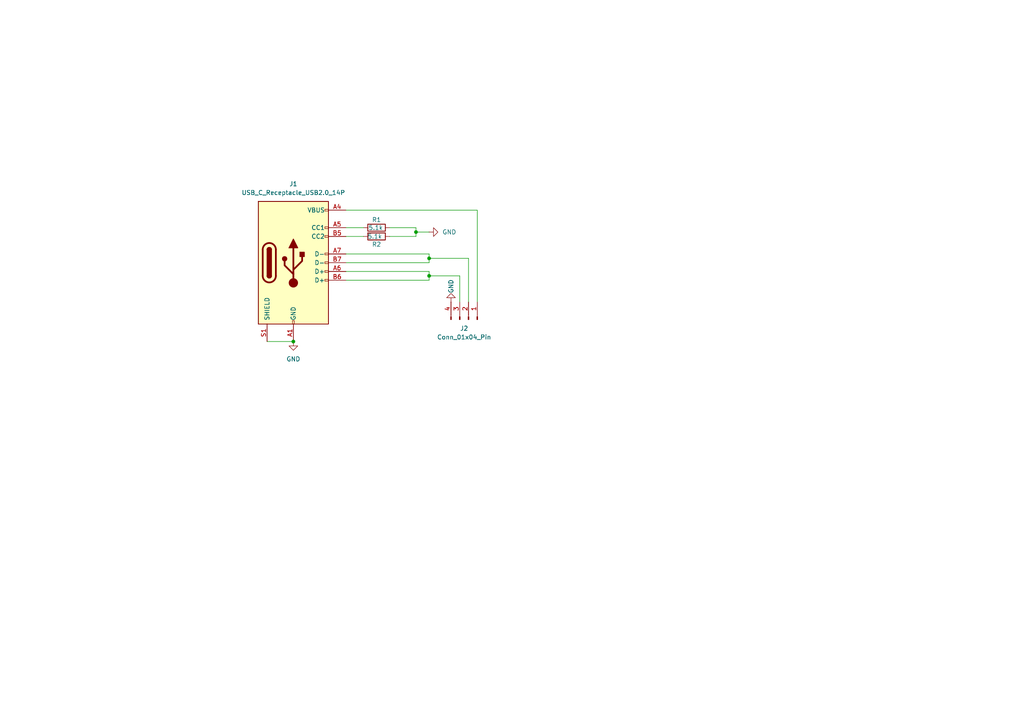
<source format=kicad_sch>
(kicad_sch (version 20231120) (generator "eeschema") (generator_version "8.0")
  (paper "A4")
  (lib_symbols
    (symbol "Connector:Conn_01x04_Pin" (pin_names (offset 1.016) hide)
      (property "Reference" "J" (at 0 5.08 0))
      (property "Value" "Conn_01x04_Pin" (at 0 -7.62 0))
      (symbol "Conn_01x04_Pin_1_1"
        (polyline (pts (xy 1.27 -5.08) (xy 0.8636 -5.08)) (stroke (width 0.1524)))
        (polyline (pts (xy 1.27 -2.54) (xy 0.8636 -2.54)) (stroke (width 0.1524)))
        (polyline (pts (xy 1.27 0) (xy 0.8636 0)) (stroke (width 0.1524)))
        (polyline (pts (xy 1.27 2.54) (xy 0.8636 2.54)) (stroke (width 0.1524)))
        (rectangle (start 0.8636 -4.953) (end 0 -5.207) (stroke (width 0.1524)) (fill (type outline)))
        (rectangle (start 0.8636 -2.413) (end 0 -2.667) (stroke (width 0.1524)) (fill (type outline)))
        (rectangle (start 0.8636 0.127) (end 0 -0.127) (stroke (width 0.1524)) (fill (type outline)))
        (rectangle (start 0.8636 2.667) (end 0 2.413) (stroke (width 0.1524)) (fill (type outline)))
        (pin passive line (at 5.08 2.54 180) (length 3.81) (name "Pin_1") (number "1"))
        (pin passive line (at 5.08 0 180) (length 3.81) (name "Pin_2") (number "2"))
        (pin passive line (at 5.08 -2.54 180) (length 3.81) (name "Pin_3") (number "3"))
        (pin passive line (at 5.08 -5.08 180) (length 3.81) (name "Pin_4") (number "4"))
      )
    )
    (symbol "Connector:USB_C_Receptacle_USB2.0_14P" (pin_names (offset 1.016))
      (property "Reference" "J" (at 0 22.225 0))
      (property "Value" "USB_C_Receptacle_USB2.0_14P" (at 0 19.685 0))
      (symbol "USB_C_Receptacle_USB2.0_14P_0_0"
        (rectangle (start -0.254 -17.78) (end 0.254 -16.764))
        (rectangle (start 10.16 -4.826) (end 9.144 -5.334))
        (rectangle (start 10.16 -2.286) (end 9.144 -2.794))
        (rectangle (start 10.16 0.254) (end 9.144 -0.254))
        (rectangle (start 10.16 2.794) (end 9.144 2.286))
        (rectangle (start 10.16 7.874) (end 9.144 7.366))
        (rectangle (start 10.16 10.414) (end 9.144 9.906))
        (rectangle (start 10.16 15.494) (end 9.144 14.986))
      )
      (symbol "USB_C_Receptacle_USB2.0_14P_0_1"
        (rectangle (start -10.16 17.78) (end 10.16 -17.78) (stroke (width 0.254)) (fill (type background)))
        (arc (start -8.89 -3.81) (mid -6.985 -5.7067) (end -5.08 -3.81) (stroke (width 0.508)))
        (arc (start -7.62 -3.81) (mid -6.985 -4.4423) (end -6.35 -3.81) (stroke (width 0.254)))
        (arc (start -7.62 -3.81) (mid -6.985 -4.4423) (end -6.35 -3.81) (stroke (width 0.254)) (fill (type outline)))
        (rectangle (start -7.62 -3.81) (end -6.35 3.81) (stroke (width 0.254)) (fill (type outline)))
        (arc (start -6.35 3.81) (mid -6.985 4.4423) (end -7.62 3.81) (stroke (width 0.254)))
        (arc (start -6.35 3.81) (mid -6.985 4.4423) (end -7.62 3.81) (stroke (width 0.254)) (fill (type outline)))
        (arc (start -5.08 3.81) (mid -6.985 5.7067) (end -8.89 3.81) (stroke (width 0.508)))
        (circle (center -2.54 1.143) (radius 0.635) (stroke (width 0.254)) (fill (type outline)))
        (circle (center 0 -5.842) (radius 1.27) (fill (type outline)))
        (polyline (pts (xy -8.89 -3.81) (xy -8.89 3.81)) (stroke (width 0.508)))
        (polyline (pts (xy -5.08 3.81) (xy -5.08 -3.81)) (stroke (width 0.508)))
        (polyline (pts (xy 0 -5.842) (xy 0 4.318)) (stroke (width 0.508)))
        (polyline (pts (xy 0 -3.302) (xy -2.54 -0.762) (xy -2.54 0.508)) (stroke (width 0.508)))
        (polyline (pts (xy 0 -2.032) (xy 2.54 0.508) (xy 2.54 1.778)) (stroke (width 0.508)))
        (polyline (pts (xy -1.27 4.318) (xy 0 6.858) (xy 1.27 4.318) (xy -1.27 4.318)) (stroke (width 0.254)) (fill (type outline)))
        (rectangle (start 1.905 1.778) (end 3.175 3.048) (stroke (width 0.254)) (fill (type outline)))
      )
      (symbol "USB_C_Receptacle_USB2.0_14P_1_1"
        (pin passive line (at 0 -22.86 90) (length 5.08) (name "GND") (number "A1"))
        (pin passive line (at 0 -22.86 90) (length 5.08) hide (name "GND") (number "A12"))
        (pin passive line (at 15.24 15.24 180) (length 5.08) (name "VBUS") (number "A4"))
        (pin bidirectional line (at 15.24 10.16 180) (length 5.08) (name "CC1") (number "A5"))
        (pin bidirectional line (at 15.24 -2.54 180) (length 5.08) (name "D+") (number "A6"))
        (pin bidirectional line (at 15.24 2.54 180) (length 5.08) (name "D-") (number "A7"))
        (pin passive line (at 15.24 15.24 180) (length 5.08) hide (name "VBUS") (number "A9"))
        (pin passive line (at 0 -22.86 90) (length 5.08) hide (name "GND") (number "B1"))
        (pin passive line (at 0 -22.86 90) (length 5.08) hide (name "GND") (number "B12"))
        (pin passive line (at 15.24 15.24 180) (length 5.08) hide (name "VBUS") (number "B4"))
        (pin bidirectional line (at 15.24 7.62 180) (length 5.08) (name "CC2") (number "B5"))
        (pin bidirectional line (at 15.24 -5.08 180) (length 5.08) (name "D+") (number "B6"))
        (pin bidirectional line (at 15.24 0 180) (length 5.08) (name "D-") (number "B7"))
        (pin passive line (at 15.24 15.24 180) (length 5.08) hide (name "VBUS") (number "B9"))
        (pin passive line (at -7.62 -22.86 90) (length 5.08) (name "SHIELD") (number "S1"))
      )
    )
    (symbol "Device:R" (pin_numbers hide) (pin_names (offset 0))
      (property "Reference" "R" (at 2.032 0 90))
      (property "Value" "R" (at 0 0 90))
      (symbol "R_0_1"
        (rectangle (start -1.016 -2.54) (end 1.016 2.54) (stroke (width 0.254)))
      )
      (symbol "R_1_1"
        (pin passive line (at 0 3.81 270) (length 1.27) (name "~") (number "1"))
        (pin passive line (at 0 -3.81 90) (length 1.27) (name "~") (number "2"))
      )
    )
    (symbol "power:GND" (power) (pin_numbers hide) (pin_names (offset 0) hide)
      (property "Value" "GND" (at 0 -3.81 0))
      (symbol "GND_0_1"
        (polyline (pts (xy 0 0) (xy 0 -1.27) (xy 1.27 -1.27) (xy 0 -2.54) (xy -1.27 -1.27) (xy 0 -1.27)))
      )
      (symbol "GND_1_1"
        (pin power_in line (at 0 0 270) (length 0) (name "~") (number "1"))
      )
    )
  )
  (junction (at 124.46 80.01))
  (junction (at 85.09 99.06))
  (junction (at 124.46 74.93))
  (junction (at 120.65 67.31))
  (wire (pts (xy 124.46 78.74) (xy 124.46 80.01)))
  (wire (pts (xy 100.33 73.66) (xy 124.46 73.66)))
  (wire (pts (xy 124.46 74.93) (xy 135.89 74.93)))
  (wire (pts (xy 120.65 68.58) (xy 113.03 68.58)))
  (wire (pts (xy 138.43 60.96) (xy 138.43 87.63)))
  (wire (pts (xy 100.33 66.04) (xy 105.41 66.04)))
  (wire (pts (xy 100.33 76.2) (xy 124.46 76.2)))
  (wire (pts (xy 135.89 87.63) (xy 135.89 74.93)))
  (wire (pts (xy 124.46 76.2) (xy 124.46 74.93)))
  (wire (pts (xy 124.46 81.28) (xy 124.46 80.01)))
  (wire (pts (xy 133.35 80.01) (xy 133.35 87.63)))
  (wire (pts (xy 124.46 73.66) (xy 124.46 74.93)))
  (wire (pts (xy 100.33 81.28) (xy 124.46 81.28)))
  (wire (pts (xy 120.65 66.04) (xy 120.65 67.31)))
  (wire (pts (xy 77.47 99.06) (xy 85.09 99.06)))
  (wire (pts (xy 120.65 67.31) (xy 120.65 68.58)))
  (wire (pts (xy 100.33 68.58) (xy 105.41 68.58)))
  (wire (pts (xy 100.33 78.74) (xy 124.46 78.74)))
  (wire (pts (xy 124.46 80.01) (xy 133.35 80.01)))
  (wire (pts (xy 120.65 67.31) (xy 124.46 67.31)))
  (wire (pts (xy 113.03 66.04) (xy 120.65 66.04)))
  (wire (pts (xy 100.33 60.96) (xy 138.43 60.96)))
  (symbol (lib_id "Connector:Conn_01x04_Pin") (at 135.89 92.71 270) (mirror x) (unit 1)
    (property "Reference" "J2" (at 134.62 95.25 90))
    (property "Value" "Conn_01x04_Pin" (at 134.62 97.79 90))
    (property "Footprint" "Connector_JST:JST_SH_BM04B-SRSS-TB_1x04-1MP_P1.00mm_Vertical" (effects (hide yes)))
    (property "Description" "Generic connector, single row, 01x04, script generated" (effects (hide yes)))
  )
  (symbol (lib_id "power:GND") (at 124.46 67.31 90) (unit 1)
    (property "Reference" "#PWR01" (effects (hide yes)))
    (property "Value" "GND" (at 128.27 67.3099 90) (effects (justify right)))
    (property "Description" "Power symbol creates a global label with name \"GND\" , ground" (effects (hide yes)))
  )
  (symbol (lib_id "power:GND") (at 130.81 87.63 180) (unit 1)
    (property "Reference" "#PWR03" (effects (hide yes)))
    (property "Value" "GND" (at 130.81 83.058 90))
    (property "Description" "Power symbol creates a global label with name \"GND\" , ground" (effects (hide yes)))
  )
  (symbol (lib_id "Device:R") (at 109.22 68.58 90) (unit 1)
    (property "Reference" "R2" (at 109.22 70.866 90))
    (property "Value" "5.1k" (at 108.712 68.58 90))
    (property "Footprint" "Capacitor_SMD:C_0805_2012Metric_Pad1.18x1.45mm_HandSolder" (effects (hide yes)))
    (property "Description" "Resistor" (effects (hide yes)))
  )
  (symbol (lib_id "Connector:USB_C_Receptacle_USB2.0_14P") (at 85.09 76.2 0) (unit 1)
    (property "Reference" "J1" (at 85.09 53.34 0))
    (property "Value" "USB_C_Receptacle_USB2.0_14P" (at 85.09 55.88 0))
    (property "Footprint" "Connector_USB:USB_C_Receptacle_GCT_USB4105-xx-A_16P_TopMnt_Horizontal" (effects (hide yes)))
    (property "Datasheet" "https://www.usb.org/sites/default/files/documents/usb_type-c.zip" (effects (hide yes)))
    (property "Description" "USB 2.0-only 14P Type-C Receptacle connector" (effects (hide yes)))
  )
  (symbol (lib_id "power:GND") (at 85.09 99.06 0) (unit 1)
    (property "Reference" "#PWR02" (effects (hide yes)))
    (property "Value" "GND" (at 85.09 104.14 0))
    (property "Description" "Power symbol creates a global label with name \"GND\" , ground" (effects (hide yes)))
  )
  (symbol (lib_id "Device:R") (at 109.22 66.04 90) (unit 1)
    (property "Reference" "R1" (at 109.22 63.754 90))
    (property "Value" "5.1k" (at 108.966 66.04 90))
    (property "Footprint" "Capacitor_SMD:C_0805_2012Metric_Pad1.18x1.45mm_HandSolder" (effects (hide yes)))
    (property "Description" "Resistor" (effects (hide yes)))
  )
)
</source>
